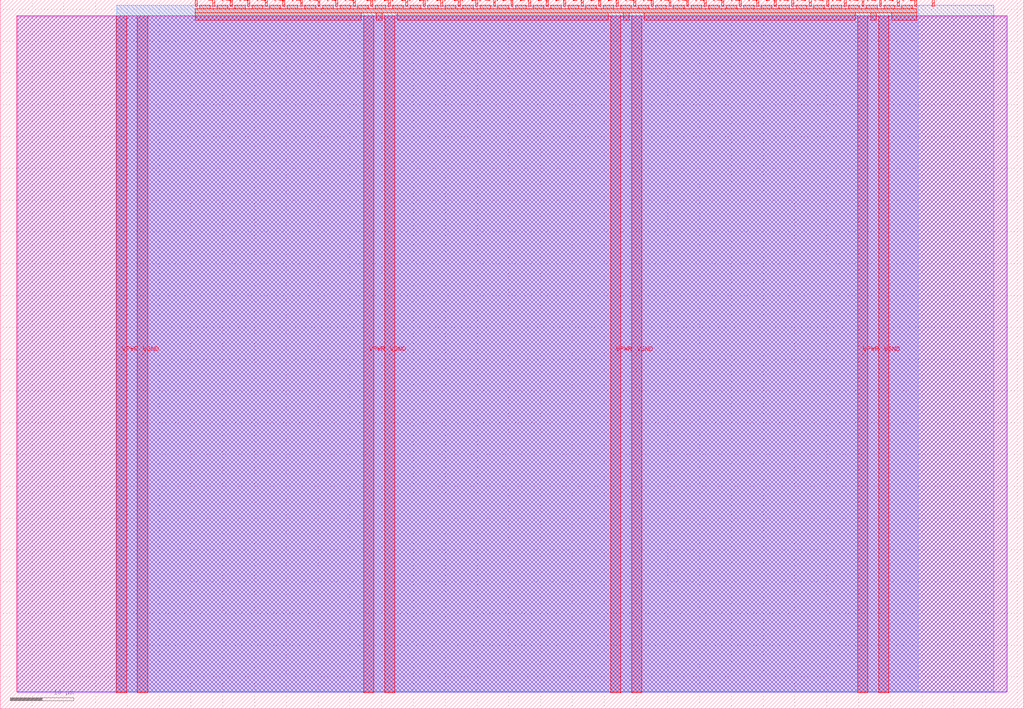
<source format=lef>
VERSION 5.7 ;
  NOWIREEXTENSIONATPIN ON ;
  DIVIDERCHAR "/" ;
  BUSBITCHARS "[]" ;
MACRO tt_um_wokwi_442987575358494721
  CLASS BLOCK ;
  FOREIGN tt_um_wokwi_442987575358494721 ;
  ORIGIN 0.000 0.000 ;
  SIZE 161.000 BY 111.520 ;
  PIN VGND
    DIRECTION INOUT ;
    USE GROUND ;
    PORT
      LAYER met4 ;
        RECT 21.580 2.480 23.180 109.040 ;
    END
    PORT
      LAYER met4 ;
        RECT 60.450 2.480 62.050 109.040 ;
    END
    PORT
      LAYER met4 ;
        RECT 99.320 2.480 100.920 109.040 ;
    END
    PORT
      LAYER met4 ;
        RECT 138.190 2.480 139.790 109.040 ;
    END
  END VGND
  PIN VPWR
    DIRECTION INOUT ;
    USE POWER ;
    PORT
      LAYER met4 ;
        RECT 18.280 2.480 19.880 109.040 ;
    END
    PORT
      LAYER met4 ;
        RECT 57.150 2.480 58.750 109.040 ;
    END
    PORT
      LAYER met4 ;
        RECT 96.020 2.480 97.620 109.040 ;
    END
    PORT
      LAYER met4 ;
        RECT 134.890 2.480 136.490 109.040 ;
    END
  END VPWR
  PIN clk
    DIRECTION INPUT ;
    USE SIGNAL ;
    ANTENNAGATEAREA 0.159000 ;
    PORT
      LAYER met4 ;
        RECT 143.830 110.520 144.130 111.520 ;
    END
  END clk
  PIN ena
    DIRECTION INPUT ;
    USE SIGNAL ;
    PORT
      LAYER met4 ;
        RECT 146.590 110.520 146.890 111.520 ;
    END
  END ena
  PIN rst_n
    DIRECTION INPUT ;
    USE SIGNAL ;
    PORT
      LAYER met4 ;
        RECT 141.070 110.520 141.370 111.520 ;
    END
  END rst_n
  PIN ui_in[0]
    DIRECTION INPUT ;
    USE SIGNAL ;
    PORT
      LAYER met4 ;
        RECT 138.310 110.520 138.610 111.520 ;
    END
  END ui_in[0]
  PIN ui_in[1]
    DIRECTION INPUT ;
    USE SIGNAL ;
    PORT
      LAYER met4 ;
        RECT 135.550 110.520 135.850 111.520 ;
    END
  END ui_in[1]
  PIN ui_in[2]
    DIRECTION INPUT ;
    USE SIGNAL ;
    PORT
      LAYER met4 ;
        RECT 132.790 110.520 133.090 111.520 ;
    END
  END ui_in[2]
  PIN ui_in[3]
    DIRECTION INPUT ;
    USE SIGNAL ;
    PORT
      LAYER met4 ;
        RECT 130.030 110.520 130.330 111.520 ;
    END
  END ui_in[3]
  PIN ui_in[4]
    DIRECTION INPUT ;
    USE SIGNAL ;
    PORT
      LAYER met4 ;
        RECT 127.270 110.520 127.570 111.520 ;
    END
  END ui_in[4]
  PIN ui_in[5]
    DIRECTION INPUT ;
    USE SIGNAL ;
    PORT
      LAYER met4 ;
        RECT 124.510 110.520 124.810 111.520 ;
    END
  END ui_in[5]
  PIN ui_in[6]
    DIRECTION INPUT ;
    USE SIGNAL ;
    PORT
      LAYER met4 ;
        RECT 121.750 110.520 122.050 111.520 ;
    END
  END ui_in[6]
  PIN ui_in[7]
    DIRECTION INPUT ;
    USE SIGNAL ;
    PORT
      LAYER met4 ;
        RECT 118.990 110.520 119.290 111.520 ;
    END
  END ui_in[7]
  PIN uio_in[0]
    DIRECTION INPUT ;
    USE SIGNAL ;
    PORT
      LAYER met4 ;
        RECT 116.230 110.520 116.530 111.520 ;
    END
  END uio_in[0]
  PIN uio_in[1]
    DIRECTION INPUT ;
    USE SIGNAL ;
    PORT
      LAYER met4 ;
        RECT 113.470 110.520 113.770 111.520 ;
    END
  END uio_in[1]
  PIN uio_in[2]
    DIRECTION INPUT ;
    USE SIGNAL ;
    PORT
      LAYER met4 ;
        RECT 110.710 110.520 111.010 111.520 ;
    END
  END uio_in[2]
  PIN uio_in[3]
    DIRECTION INPUT ;
    USE SIGNAL ;
    PORT
      LAYER met4 ;
        RECT 107.950 110.520 108.250 111.520 ;
    END
  END uio_in[3]
  PIN uio_in[4]
    DIRECTION INPUT ;
    USE SIGNAL ;
    PORT
      LAYER met4 ;
        RECT 105.190 110.520 105.490 111.520 ;
    END
  END uio_in[4]
  PIN uio_in[5]
    DIRECTION INPUT ;
    USE SIGNAL ;
    PORT
      LAYER met4 ;
        RECT 102.430 110.520 102.730 111.520 ;
    END
  END uio_in[5]
  PIN uio_in[6]
    DIRECTION INPUT ;
    USE SIGNAL ;
    PORT
      LAYER met4 ;
        RECT 99.670 110.520 99.970 111.520 ;
    END
  END uio_in[6]
  PIN uio_in[7]
    DIRECTION INPUT ;
    USE SIGNAL ;
    PORT
      LAYER met4 ;
        RECT 96.910 110.520 97.210 111.520 ;
    END
  END uio_in[7]
  PIN uio_oe[0]
    DIRECTION OUTPUT ;
    USE SIGNAL ;
    PORT
      LAYER met4 ;
        RECT 49.990 110.520 50.290 111.520 ;
    END
  END uio_oe[0]
  PIN uio_oe[1]
    DIRECTION OUTPUT ;
    USE SIGNAL ;
    PORT
      LAYER met4 ;
        RECT 47.230 110.520 47.530 111.520 ;
    END
  END uio_oe[1]
  PIN uio_oe[2]
    DIRECTION OUTPUT ;
    USE SIGNAL ;
    PORT
      LAYER met4 ;
        RECT 44.470 110.520 44.770 111.520 ;
    END
  END uio_oe[2]
  PIN uio_oe[3]
    DIRECTION OUTPUT ;
    USE SIGNAL ;
    PORT
      LAYER met4 ;
        RECT 41.710 110.520 42.010 111.520 ;
    END
  END uio_oe[3]
  PIN uio_oe[4]
    DIRECTION OUTPUT ;
    USE SIGNAL ;
    PORT
      LAYER met4 ;
        RECT 38.950 110.520 39.250 111.520 ;
    END
  END uio_oe[4]
  PIN uio_oe[5]
    DIRECTION OUTPUT ;
    USE SIGNAL ;
    PORT
      LAYER met4 ;
        RECT 36.190 110.520 36.490 111.520 ;
    END
  END uio_oe[5]
  PIN uio_oe[6]
    DIRECTION OUTPUT ;
    USE SIGNAL ;
    PORT
      LAYER met4 ;
        RECT 33.430 110.520 33.730 111.520 ;
    END
  END uio_oe[6]
  PIN uio_oe[7]
    DIRECTION OUTPUT ;
    USE SIGNAL ;
    PORT
      LAYER met4 ;
        RECT 30.670 110.520 30.970 111.520 ;
    END
  END uio_oe[7]
  PIN uio_out[0]
    DIRECTION OUTPUT ;
    USE SIGNAL ;
    PORT
      LAYER met4 ;
        RECT 72.070 110.520 72.370 111.520 ;
    END
  END uio_out[0]
  PIN uio_out[1]
    DIRECTION OUTPUT ;
    USE SIGNAL ;
    PORT
      LAYER met4 ;
        RECT 69.310 110.520 69.610 111.520 ;
    END
  END uio_out[1]
  PIN uio_out[2]
    DIRECTION OUTPUT ;
    USE SIGNAL ;
    PORT
      LAYER met4 ;
        RECT 66.550 110.520 66.850 111.520 ;
    END
  END uio_out[2]
  PIN uio_out[3]
    DIRECTION OUTPUT ;
    USE SIGNAL ;
    PORT
      LAYER met4 ;
        RECT 63.790 110.520 64.090 111.520 ;
    END
  END uio_out[3]
  PIN uio_out[4]
    DIRECTION OUTPUT ;
    USE SIGNAL ;
    PORT
      LAYER met4 ;
        RECT 61.030 110.520 61.330 111.520 ;
    END
  END uio_out[4]
  PIN uio_out[5]
    DIRECTION OUTPUT ;
    USE SIGNAL ;
    PORT
      LAYER met4 ;
        RECT 58.270 110.520 58.570 111.520 ;
    END
  END uio_out[5]
  PIN uio_out[6]
    DIRECTION OUTPUT ;
    USE SIGNAL ;
    PORT
      LAYER met4 ;
        RECT 55.510 110.520 55.810 111.520 ;
    END
  END uio_out[6]
  PIN uio_out[7]
    DIRECTION OUTPUT ;
    USE SIGNAL ;
    PORT
      LAYER met4 ;
        RECT 52.750 110.520 53.050 111.520 ;
    END
  END uio_out[7]
  PIN uo_out[0]
    DIRECTION OUTPUT ;
    USE SIGNAL ;
    ANTENNADIFFAREA 0.445500 ;
    PORT
      LAYER met4 ;
        RECT 94.150 110.520 94.450 111.520 ;
    END
  END uo_out[0]
  PIN uo_out[1]
    DIRECTION OUTPUT ;
    USE SIGNAL ;
    ANTENNADIFFAREA 0.445500 ;
    PORT
      LAYER met4 ;
        RECT 91.390 110.520 91.690 111.520 ;
    END
  END uo_out[1]
  PIN uo_out[2]
    DIRECTION OUTPUT ;
    USE SIGNAL ;
    ANTENNADIFFAREA 0.445500 ;
    PORT
      LAYER met4 ;
        RECT 88.630 110.520 88.930 111.520 ;
    END
  END uo_out[2]
  PIN uo_out[3]
    DIRECTION OUTPUT ;
    USE SIGNAL ;
    ANTENNADIFFAREA 0.445500 ;
    PORT
      LAYER met4 ;
        RECT 85.870 110.520 86.170 111.520 ;
    END
  END uo_out[3]
  PIN uo_out[4]
    DIRECTION OUTPUT ;
    USE SIGNAL ;
    ANTENNADIFFAREA 0.445500 ;
    PORT
      LAYER met4 ;
        RECT 83.110 110.520 83.410 111.520 ;
    END
  END uo_out[4]
  PIN uo_out[5]
    DIRECTION OUTPUT ;
    USE SIGNAL ;
    ANTENNADIFFAREA 0.445500 ;
    PORT
      LAYER met4 ;
        RECT 80.350 110.520 80.650 111.520 ;
    END
  END uo_out[5]
  PIN uo_out[6]
    DIRECTION OUTPUT ;
    USE SIGNAL ;
    ANTENNADIFFAREA 0.445500 ;
    PORT
      LAYER met4 ;
        RECT 77.590 110.520 77.890 111.520 ;
    END
  END uo_out[6]
  PIN uo_out[7]
    DIRECTION OUTPUT ;
    USE SIGNAL ;
    PORT
      LAYER met4 ;
        RECT 74.830 110.520 75.130 111.520 ;
    END
  END uo_out[7]
  OBS
      LAYER nwell ;
        RECT 2.570 2.635 158.430 108.990 ;
      LAYER li1 ;
        RECT 2.760 2.635 158.240 108.885 ;
      LAYER met1 ;
        RECT 2.760 2.480 158.240 109.040 ;
      LAYER met2 ;
        RECT 18.310 2.535 156.300 110.685 ;
      LAYER met3 ;
        RECT 18.290 2.555 144.375 110.665 ;
      LAYER met4 ;
        RECT 31.370 110.120 33.030 110.665 ;
        RECT 34.130 110.120 35.790 110.665 ;
        RECT 36.890 110.120 38.550 110.665 ;
        RECT 39.650 110.120 41.310 110.665 ;
        RECT 42.410 110.120 44.070 110.665 ;
        RECT 45.170 110.120 46.830 110.665 ;
        RECT 47.930 110.120 49.590 110.665 ;
        RECT 50.690 110.120 52.350 110.665 ;
        RECT 53.450 110.120 55.110 110.665 ;
        RECT 56.210 110.120 57.870 110.665 ;
        RECT 58.970 110.120 60.630 110.665 ;
        RECT 61.730 110.120 63.390 110.665 ;
        RECT 64.490 110.120 66.150 110.665 ;
        RECT 67.250 110.120 68.910 110.665 ;
        RECT 70.010 110.120 71.670 110.665 ;
        RECT 72.770 110.120 74.430 110.665 ;
        RECT 75.530 110.120 77.190 110.665 ;
        RECT 78.290 110.120 79.950 110.665 ;
        RECT 81.050 110.120 82.710 110.665 ;
        RECT 83.810 110.120 85.470 110.665 ;
        RECT 86.570 110.120 88.230 110.665 ;
        RECT 89.330 110.120 90.990 110.665 ;
        RECT 92.090 110.120 93.750 110.665 ;
        RECT 94.850 110.120 96.510 110.665 ;
        RECT 97.610 110.120 99.270 110.665 ;
        RECT 100.370 110.120 102.030 110.665 ;
        RECT 103.130 110.120 104.790 110.665 ;
        RECT 105.890 110.120 107.550 110.665 ;
        RECT 108.650 110.120 110.310 110.665 ;
        RECT 111.410 110.120 113.070 110.665 ;
        RECT 114.170 110.120 115.830 110.665 ;
        RECT 116.930 110.120 118.590 110.665 ;
        RECT 119.690 110.120 121.350 110.665 ;
        RECT 122.450 110.120 124.110 110.665 ;
        RECT 125.210 110.120 126.870 110.665 ;
        RECT 127.970 110.120 129.630 110.665 ;
        RECT 130.730 110.120 132.390 110.665 ;
        RECT 133.490 110.120 135.150 110.665 ;
        RECT 136.250 110.120 137.910 110.665 ;
        RECT 139.010 110.120 140.670 110.665 ;
        RECT 141.770 110.120 143.430 110.665 ;
        RECT 30.655 109.440 144.145 110.120 ;
        RECT 30.655 108.295 56.750 109.440 ;
        RECT 59.150 108.295 60.050 109.440 ;
        RECT 62.450 108.295 95.620 109.440 ;
        RECT 98.020 108.295 98.920 109.440 ;
        RECT 101.320 108.295 134.490 109.440 ;
        RECT 136.890 108.295 137.790 109.440 ;
        RECT 140.190 108.295 144.145 109.440 ;
  END
END tt_um_wokwi_442987575358494721
END LIBRARY


</source>
